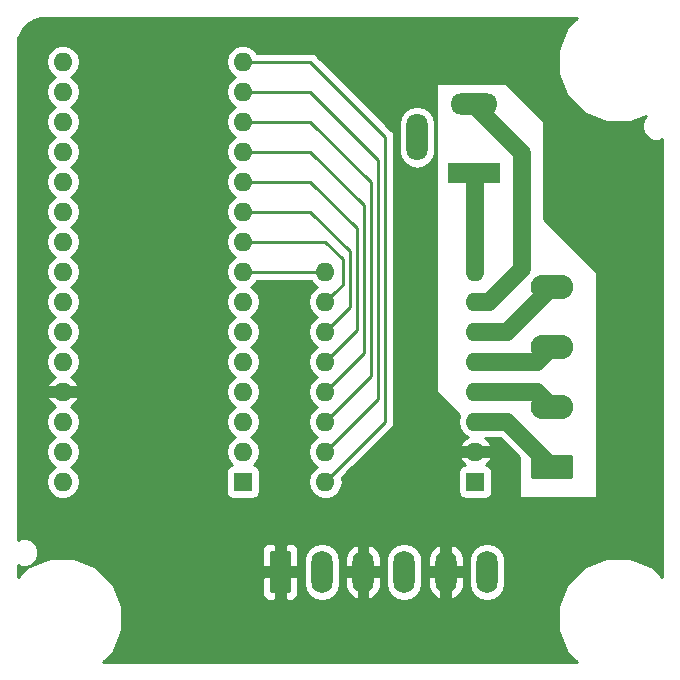
<source format=gbr>
G04 #@! TF.GenerationSoftware,KiCad,Pcbnew,5.0.2+dfsg1-1*
G04 #@! TF.CreationDate,2021-03-19T17:12:50+01:00*
G04 #@! TF.ProjectId,motor,6d6f746f-722e-46b6-9963-61645f706362,rev?*
G04 #@! TF.SameCoordinates,Original*
G04 #@! TF.FileFunction,Copper,L1,Top*
G04 #@! TF.FilePolarity,Positive*
%FSLAX46Y46*%
G04 Gerber Fmt 4.6, Leading zero omitted, Abs format (unit mm)*
G04 Created by KiCad (PCBNEW 5.0.2+dfsg1-1) date Fr 19 Mär 2021 17:12:50 CET*
%MOMM*%
%LPD*%
G01*
G04 APERTURE LIST*
G04 #@! TA.AperFunction,ComponentPad*
%ADD10O,1.800000X4.000000*%
G04 #@! TD*
G04 #@! TA.AperFunction,ComponentPad*
%ADD11O,4.000000X1.800000*%
G04 #@! TD*
G04 #@! TA.AperFunction,ComponentPad*
%ADD12R,4.400000X1.800000*%
G04 #@! TD*
G04 #@! TA.AperFunction,Conductor*
%ADD13C,0.100000*%
G04 #@! TD*
G04 #@! TA.AperFunction,ComponentPad*
%ADD14C,1.800000*%
G04 #@! TD*
G04 #@! TA.AperFunction,ComponentPad*
%ADD15O,1.800000X3.600000*%
G04 #@! TD*
G04 #@! TA.AperFunction,ComponentPad*
%ADD16C,2.080000*%
G04 #@! TD*
G04 #@! TA.AperFunction,ComponentPad*
%ADD17O,3.600000X2.080000*%
G04 #@! TD*
G04 #@! TA.AperFunction,ComponentPad*
%ADD18R,1.600000X1.600000*%
G04 #@! TD*
G04 #@! TA.AperFunction,ComponentPad*
%ADD19O,1.600000X1.600000*%
G04 #@! TD*
G04 #@! TA.AperFunction,ViaPad*
%ADD20C,0.600000*%
G04 #@! TD*
G04 #@! TA.AperFunction,Conductor*
%ADD21C,1.500000*%
G04 #@! TD*
G04 #@! TA.AperFunction,Conductor*
%ADD22C,0.250000*%
G04 #@! TD*
G04 #@! TA.AperFunction,Conductor*
%ADD23C,0.254000*%
G04 #@! TD*
G04 APERTURE END LIST*
D10*
G04 #@! TO.P,J3,3*
G04 #@! TO.N,Net-(J3-Pad3)*
X206528000Y-50848000D03*
D11*
G04 #@! TO.P,J3,2*
G04 #@! TO.N,GND*
X211328000Y-48048000D03*
D12*
G04 #@! TO.P,J3,1*
G04 #@! TO.N,VCC*
X211328000Y-53848000D03*
G04 #@! TD*
D13*
G04 #@! TO.N,+5V*
G04 #@! TO.C,J2*
G36*
X195619504Y-85831204D02*
X195643773Y-85834804D01*
X195667571Y-85840765D01*
X195690671Y-85849030D01*
X195712849Y-85859520D01*
X195733893Y-85872133D01*
X195753598Y-85886747D01*
X195771777Y-85903223D01*
X195788253Y-85921402D01*
X195802867Y-85941107D01*
X195815480Y-85962151D01*
X195825970Y-85984329D01*
X195834235Y-86007429D01*
X195840196Y-86031227D01*
X195843796Y-86055496D01*
X195845000Y-86080000D01*
X195845000Y-89180000D01*
X195843796Y-89204504D01*
X195840196Y-89228773D01*
X195834235Y-89252571D01*
X195825970Y-89275671D01*
X195815480Y-89297849D01*
X195802867Y-89318893D01*
X195788253Y-89338598D01*
X195771777Y-89356777D01*
X195753598Y-89373253D01*
X195733893Y-89387867D01*
X195712849Y-89400480D01*
X195690671Y-89410970D01*
X195667571Y-89419235D01*
X195643773Y-89425196D01*
X195619504Y-89428796D01*
X195595000Y-89430000D01*
X194295000Y-89430000D01*
X194270496Y-89428796D01*
X194246227Y-89425196D01*
X194222429Y-89419235D01*
X194199329Y-89410970D01*
X194177151Y-89400480D01*
X194156107Y-89387867D01*
X194136402Y-89373253D01*
X194118223Y-89356777D01*
X194101747Y-89338598D01*
X194087133Y-89318893D01*
X194074520Y-89297849D01*
X194064030Y-89275671D01*
X194055765Y-89252571D01*
X194049804Y-89228773D01*
X194046204Y-89204504D01*
X194045000Y-89180000D01*
X194045000Y-86080000D01*
X194046204Y-86055496D01*
X194049804Y-86031227D01*
X194055765Y-86007429D01*
X194064030Y-85984329D01*
X194074520Y-85962151D01*
X194087133Y-85941107D01*
X194101747Y-85921402D01*
X194118223Y-85903223D01*
X194136402Y-85886747D01*
X194156107Y-85872133D01*
X194177151Y-85859520D01*
X194199329Y-85849030D01*
X194222429Y-85840765D01*
X194246227Y-85834804D01*
X194270496Y-85831204D01*
X194295000Y-85830000D01*
X195595000Y-85830000D01*
X195619504Y-85831204D01*
X195619504Y-85831204D01*
G37*
D14*
G04 #@! TD*
G04 #@! TO.P,J2,1*
G04 #@! TO.N,+5V*
X194945000Y-87630000D03*
D15*
G04 #@! TO.P,J2,2*
G04 #@! TO.N,MIN*
X198445000Y-87630000D03*
G04 #@! TO.P,J2,3*
G04 #@! TO.N,+5V*
X201945000Y-87630000D03*
G04 #@! TO.P,J2,4*
G04 #@! TO.N,CEN*
X205445000Y-87630000D03*
G04 #@! TO.P,J2,5*
G04 #@! TO.N,+5V*
X208945000Y-87630000D03*
G04 #@! TO.P,J2,6*
G04 #@! TO.N,MAX*
X212445000Y-87630000D03*
G04 #@! TD*
D13*
G04 #@! TO.N,Net-(A2-Pad3)*
G04 #@! TO.C,J1*
G36*
X219506505Y-77701204D02*
X219530773Y-77704804D01*
X219554572Y-77710765D01*
X219577671Y-77719030D01*
X219599850Y-77729520D01*
X219620893Y-77742132D01*
X219640599Y-77756747D01*
X219658777Y-77773223D01*
X219675253Y-77791401D01*
X219689868Y-77811107D01*
X219702480Y-77832150D01*
X219712970Y-77854329D01*
X219721235Y-77877428D01*
X219727196Y-77901227D01*
X219730796Y-77925495D01*
X219732000Y-77949999D01*
X219732000Y-79530001D01*
X219730796Y-79554505D01*
X219727196Y-79578773D01*
X219721235Y-79602572D01*
X219712970Y-79625671D01*
X219702480Y-79647850D01*
X219689868Y-79668893D01*
X219675253Y-79688599D01*
X219658777Y-79706777D01*
X219640599Y-79723253D01*
X219620893Y-79737868D01*
X219599850Y-79750480D01*
X219577671Y-79760970D01*
X219554572Y-79769235D01*
X219530773Y-79775196D01*
X219506505Y-79778796D01*
X219482001Y-79780000D01*
X216381999Y-79780000D01*
X216357495Y-79778796D01*
X216333227Y-79775196D01*
X216309428Y-79769235D01*
X216286329Y-79760970D01*
X216264150Y-79750480D01*
X216243107Y-79737868D01*
X216223401Y-79723253D01*
X216205223Y-79706777D01*
X216188747Y-79688599D01*
X216174132Y-79668893D01*
X216161520Y-79647850D01*
X216151030Y-79625671D01*
X216142765Y-79602572D01*
X216136804Y-79578773D01*
X216133204Y-79554505D01*
X216132000Y-79530001D01*
X216132000Y-77949999D01*
X216133204Y-77925495D01*
X216136804Y-77901227D01*
X216142765Y-77877428D01*
X216151030Y-77854329D01*
X216161520Y-77832150D01*
X216174132Y-77811107D01*
X216188747Y-77791401D01*
X216205223Y-77773223D01*
X216223401Y-77756747D01*
X216243107Y-77742132D01*
X216264150Y-77729520D01*
X216286329Y-77719030D01*
X216309428Y-77710765D01*
X216333227Y-77704804D01*
X216357495Y-77701204D01*
X216381999Y-77700000D01*
X219482001Y-77700000D01*
X219506505Y-77701204D01*
X219506505Y-77701204D01*
G37*
D16*
G04 #@! TD*
G04 #@! TO.P,J1,1*
G04 #@! TO.N,Net-(A2-Pad3)*
X217932000Y-78740000D03*
D17*
G04 #@! TO.P,J1,2*
G04 #@! TO.N,Net-(A2-Pad4)*
X217932000Y-73660000D03*
G04 #@! TO.P,J1,3*
G04 #@! TO.N,Net-(A2-Pad5)*
X217932000Y-68580000D03*
G04 #@! TO.P,J1,4*
G04 #@! TO.N,Net-(A2-Pad6)*
X217932000Y-63500000D03*
G04 #@! TD*
D18*
G04 #@! TO.P,A1,1*
G04 #@! TO.N,Net-(A1-Pad1)*
X191770000Y-80010000D03*
D19*
G04 #@! TO.P,A1,17*
G04 #@! TO.N,Net-(A1-Pad17)*
X176530000Y-46990000D03*
G04 #@! TO.P,A1,2*
G04 #@! TO.N,Net-(A1-Pad2)*
X191770000Y-77470000D03*
G04 #@! TO.P,A1,18*
G04 #@! TO.N,Net-(A1-Pad18)*
X176530000Y-49530000D03*
G04 #@! TO.P,A1,3*
G04 #@! TO.N,Net-(A1-Pad3)*
X191770000Y-74930000D03*
G04 #@! TO.P,A1,19*
G04 #@! TO.N,Net-(A1-Pad19)*
X176530000Y-52070000D03*
G04 #@! TO.P,A1,4*
G04 #@! TO.N,GND*
X191770000Y-72390000D03*
G04 #@! TO.P,A1,20*
G04 #@! TO.N,Net-(A1-Pad20)*
X176530000Y-54610000D03*
G04 #@! TO.P,A1,5*
G04 #@! TO.N,MIN*
X191770000Y-69850000D03*
G04 #@! TO.P,A1,21*
G04 #@! TO.N,Net-(A1-Pad21)*
X176530000Y-57150000D03*
G04 #@! TO.P,A1,6*
G04 #@! TO.N,CEN*
X191770000Y-67310000D03*
G04 #@! TO.P,A1,22*
G04 #@! TO.N,Net-(A1-Pad22)*
X176530000Y-59690000D03*
G04 #@! TO.P,A1,7*
G04 #@! TO.N,MAX*
X191770000Y-64770000D03*
G04 #@! TO.P,A1,23*
G04 #@! TO.N,Net-(A1-Pad23)*
X176530000Y-62230000D03*
G04 #@! TO.P,A1,8*
G04 #@! TO.N,/enable*
X191770000Y-62230000D03*
G04 #@! TO.P,A1,24*
G04 #@! TO.N,Net-(A1-Pad24)*
X176530000Y-64770000D03*
G04 #@! TO.P,A1,9*
G04 #@! TO.N,/ms1*
X191770000Y-59690000D03*
G04 #@! TO.P,A1,25*
G04 #@! TO.N,Net-(A1-Pad25)*
X176530000Y-67310000D03*
G04 #@! TO.P,A1,10*
G04 #@! TO.N,/ms2*
X191770000Y-57150000D03*
G04 #@! TO.P,A1,26*
G04 #@! TO.N,Net-(A1-Pad26)*
X176530000Y-69850000D03*
G04 #@! TO.P,A1,11*
G04 #@! TO.N,/ms3*
X191770000Y-54610000D03*
G04 #@! TO.P,A1,27*
G04 #@! TO.N,+5V*
X176530000Y-72390000D03*
G04 #@! TO.P,A1,12*
G04 #@! TO.N,/reset*
X191770000Y-52070000D03*
G04 #@! TO.P,A1,28*
G04 #@! TO.N,Net-(A1-Pad28)*
X176530000Y-74930000D03*
G04 #@! TO.P,A1,13*
G04 #@! TO.N,/sleep*
X191770000Y-49530000D03*
G04 #@! TO.P,A1,29*
G04 #@! TO.N,GND*
X176530000Y-77470000D03*
G04 #@! TO.P,A1,14*
G04 #@! TO.N,/step*
X191770000Y-46990000D03*
G04 #@! TO.P,A1,30*
G04 #@! TO.N,Net-(A1-Pad30)*
X176530000Y-80010000D03*
G04 #@! TO.P,A1,15*
G04 #@! TO.N,/dir*
X191770000Y-44450000D03*
G04 #@! TO.P,A1,16*
G04 #@! TO.N,Net-(A1-Pad16)*
X176530000Y-44450000D03*
G04 #@! TD*
D18*
G04 #@! TO.P,A2,1*
G04 #@! TO.N,GND*
X211455000Y-80010000D03*
D19*
G04 #@! TO.P,A2,9*
G04 #@! TO.N,/enable*
X198755000Y-62230000D03*
G04 #@! TO.P,A2,2*
G04 #@! TO.N,+5V*
X211455000Y-77470000D03*
G04 #@! TO.P,A2,10*
G04 #@! TO.N,/ms1*
X198755000Y-64770000D03*
G04 #@! TO.P,A2,3*
G04 #@! TO.N,Net-(A2-Pad3)*
X211455000Y-74930000D03*
G04 #@! TO.P,A2,11*
G04 #@! TO.N,/ms2*
X198755000Y-67310000D03*
G04 #@! TO.P,A2,4*
G04 #@! TO.N,Net-(A2-Pad4)*
X211455000Y-72390000D03*
G04 #@! TO.P,A2,12*
G04 #@! TO.N,/ms3*
X198755000Y-69850000D03*
G04 #@! TO.P,A2,5*
G04 #@! TO.N,Net-(A2-Pad5)*
X211455000Y-69850000D03*
G04 #@! TO.P,A2,13*
G04 #@! TO.N,/reset*
X198755000Y-72390000D03*
G04 #@! TO.P,A2,6*
G04 #@! TO.N,Net-(A2-Pad6)*
X211455000Y-67310000D03*
G04 #@! TO.P,A2,14*
G04 #@! TO.N,/sleep*
X198755000Y-74930000D03*
G04 #@! TO.P,A2,7*
G04 #@! TO.N,GND*
X211455000Y-64770000D03*
G04 #@! TO.P,A2,15*
G04 #@! TO.N,/step*
X198755000Y-77470000D03*
G04 #@! TO.P,A2,8*
G04 #@! TO.N,VCC*
X211455000Y-62230000D03*
G04 #@! TO.P,A2,16*
G04 #@! TO.N,/dir*
X198755000Y-80010000D03*
G04 #@! TD*
D20*
G04 #@! TO.N,+5V*
X204978000Y-73914000D03*
G04 #@! TD*
D21*
G04 #@! TO.N,GND*
X211285000Y-48048000D02*
X210185000Y-48048000D01*
X215392000Y-52155000D02*
X211285000Y-48048000D01*
X215392000Y-61964370D02*
X215392000Y-52155000D01*
X211455000Y-64770000D02*
X212586370Y-64770000D01*
X212586370Y-64770000D02*
X215392000Y-61964370D01*
G04 #@! TO.N,Net-(A2-Pad3)*
X214122000Y-74930000D02*
X217932000Y-78740000D01*
X211455000Y-74930000D02*
X214122000Y-74930000D01*
G04 #@! TO.N,Net-(A2-Pad4)*
X216662000Y-72390000D02*
X217932000Y-73660000D01*
X211455000Y-72390000D02*
X216662000Y-72390000D01*
G04 #@! TO.N,Net-(A2-Pad5)*
X216662000Y-69850000D02*
X217932000Y-68580000D01*
X211455000Y-69850000D02*
X216662000Y-69850000D01*
G04 #@! TO.N,Net-(A2-Pad6)*
X217680000Y-63500000D02*
X218440000Y-63500000D01*
X214122000Y-67310000D02*
X217932000Y-63500000D01*
X211455000Y-67310000D02*
X214122000Y-67310000D01*
G04 #@! TO.N,VCC*
X211455000Y-53975000D02*
X211328000Y-53848000D01*
X211455000Y-62230000D02*
X211455000Y-53975000D01*
D22*
G04 #@! TO.N,/enable*
X191770000Y-62230000D02*
X198755000Y-62230000D01*
G04 #@! TO.N,/ms1*
X191770000Y-59690000D02*
X198755000Y-59690000D01*
X198755000Y-59690000D02*
X200219934Y-61154934D01*
X199554999Y-63970001D02*
X198755000Y-64770000D01*
X200219934Y-61154934D02*
X200219934Y-63305066D01*
X200219934Y-63305066D02*
X199554999Y-63970001D01*
G04 #@! TO.N,/ms2*
X197485000Y-57150000D02*
X192901370Y-57150000D01*
X198755000Y-67310000D02*
X200819945Y-65245055D01*
X192901370Y-57150000D02*
X191770000Y-57150000D01*
X200819945Y-60484945D02*
X197485000Y-57150000D01*
X200819945Y-65245055D02*
X200819945Y-60484945D01*
G04 #@! TO.N,/ms3*
X192901370Y-54610000D02*
X191770000Y-54610000D01*
X201419956Y-58544956D02*
X197485000Y-54610000D01*
X201419956Y-67185044D02*
X201419956Y-58544956D01*
X197485000Y-54610000D02*
X192901370Y-54610000D01*
X198755000Y-69850000D02*
X201419956Y-67185044D01*
G04 #@! TO.N,/reset*
X191135000Y-52070000D02*
X192266370Y-52070000D01*
X198755000Y-72390000D02*
X202019967Y-69125033D01*
X202019967Y-56604967D02*
X197485000Y-52070000D01*
X202019967Y-69125033D02*
X202019967Y-56604967D01*
X192901370Y-52070000D02*
X191770000Y-52070000D01*
X197485000Y-52070000D02*
X192901370Y-52070000D01*
G04 #@! TO.N,/sleep*
X198755000Y-74930000D02*
X202619978Y-71065022D01*
X192901370Y-49530000D02*
X191770000Y-49530000D01*
X202619978Y-71065022D02*
X202619978Y-54664978D01*
X202619978Y-54664978D02*
X197485000Y-49530000D01*
X197485000Y-49530000D02*
X192901370Y-49530000D01*
G04 #@! TO.N,/step*
X203219989Y-73005011D02*
X203219989Y-52724989D01*
X197485000Y-46990000D02*
X192901370Y-46990000D01*
X198755000Y-77470000D02*
X203219989Y-73005011D01*
X203219989Y-52724989D02*
X197485000Y-46990000D01*
X192901370Y-46990000D02*
X191770000Y-46990000D01*
G04 #@! TO.N,/dir*
X203820000Y-74945000D02*
X203820000Y-50785000D01*
X198755000Y-80010000D02*
X203820000Y-74945000D01*
X197485000Y-44450000D02*
X192901370Y-44450000D01*
X203820000Y-50785000D02*
X197485000Y-44450000D01*
X192901370Y-44450000D02*
X191770000Y-44450000D01*
G04 #@! TD*
D23*
G04 #@! TO.N,+5V*
G36*
X219223539Y-41525788D02*
X218443000Y-43410176D01*
X218443000Y-45449824D01*
X219223539Y-47334212D01*
X220665788Y-48776461D01*
X222550176Y-49557000D01*
X224589824Y-49557000D01*
X225939401Y-48997987D01*
X225723364Y-49214024D01*
X225539000Y-49659117D01*
X225539000Y-50140883D01*
X225723364Y-50585976D01*
X226064024Y-50926636D01*
X226509117Y-51111000D01*
X226990883Y-51111000D01*
X227290001Y-50987101D01*
X227290000Y-88039327D01*
X226474212Y-87223539D01*
X224589824Y-86443000D01*
X222550176Y-86443000D01*
X220665788Y-87223539D01*
X219223539Y-88665788D01*
X218443000Y-90550176D01*
X218443000Y-92589824D01*
X219223539Y-94474212D01*
X220039327Y-95290000D01*
X179960673Y-95290000D01*
X180776461Y-94474212D01*
X181557000Y-92589824D01*
X181557000Y-90550176D01*
X180776461Y-88665788D01*
X180272423Y-88161750D01*
X193410000Y-88161750D01*
X193410000Y-89556310D01*
X193506673Y-89789699D01*
X193685302Y-89968327D01*
X193918691Y-90065000D01*
X194413250Y-90065000D01*
X194572000Y-89906250D01*
X194572000Y-88003000D01*
X195318000Y-88003000D01*
X195318000Y-89906250D01*
X195476750Y-90065000D01*
X195971309Y-90065000D01*
X196204698Y-89968327D01*
X196383327Y-89789699D01*
X196480000Y-89556310D01*
X196480000Y-88161750D01*
X196321250Y-88003000D01*
X195318000Y-88003000D01*
X194572000Y-88003000D01*
X193568750Y-88003000D01*
X193410000Y-88161750D01*
X180272423Y-88161750D01*
X179334212Y-87223539D01*
X177449824Y-86443000D01*
X175410176Y-86443000D01*
X173525788Y-87223539D01*
X172710000Y-88039327D01*
X172710000Y-87087101D01*
X173009117Y-87211000D01*
X173490883Y-87211000D01*
X173935976Y-87026636D01*
X174276636Y-86685976D01*
X174461000Y-86240883D01*
X174461000Y-85759117D01*
X174438042Y-85703690D01*
X193410000Y-85703690D01*
X193410000Y-87098250D01*
X193568750Y-87257000D01*
X194572000Y-87257000D01*
X194572000Y-85353750D01*
X195318000Y-85353750D01*
X195318000Y-87257000D01*
X196321250Y-87257000D01*
X196480000Y-87098250D01*
X196480000Y-86578819D01*
X196910000Y-86578819D01*
X196910001Y-88681182D01*
X196999063Y-89128927D01*
X197338328Y-89636673D01*
X197846074Y-89975938D01*
X198445000Y-90095072D01*
X199043927Y-89975938D01*
X199551673Y-89636673D01*
X199890938Y-89128927D01*
X199980000Y-88681182D01*
X199980000Y-88003000D01*
X200410000Y-88003000D01*
X200410000Y-88903000D01*
X200669586Y-89462026D01*
X201123342Y-89879160D01*
X201343663Y-89942310D01*
X201572000Y-89854740D01*
X201572000Y-88003000D01*
X202318000Y-88003000D01*
X202318000Y-89854740D01*
X202546337Y-89942310D01*
X202766658Y-89879160D01*
X203220414Y-89462026D01*
X203480000Y-88903000D01*
X203480000Y-88003000D01*
X202318000Y-88003000D01*
X201572000Y-88003000D01*
X200410000Y-88003000D01*
X199980000Y-88003000D01*
X199980000Y-86578818D01*
X199935878Y-86357000D01*
X200410000Y-86357000D01*
X200410000Y-87257000D01*
X201572000Y-87257000D01*
X201572000Y-85405260D01*
X202318000Y-85405260D01*
X202318000Y-87257000D01*
X203480000Y-87257000D01*
X203480000Y-86578819D01*
X203910000Y-86578819D01*
X203910001Y-88681182D01*
X203999063Y-89128927D01*
X204338328Y-89636673D01*
X204846074Y-89975938D01*
X205445000Y-90095072D01*
X206043927Y-89975938D01*
X206551673Y-89636673D01*
X206890938Y-89128927D01*
X206980000Y-88681182D01*
X206980000Y-88003000D01*
X207410000Y-88003000D01*
X207410000Y-88903000D01*
X207669586Y-89462026D01*
X208123342Y-89879160D01*
X208343663Y-89942310D01*
X208572000Y-89854740D01*
X208572000Y-88003000D01*
X209318000Y-88003000D01*
X209318000Y-89854740D01*
X209546337Y-89942310D01*
X209766658Y-89879160D01*
X210220414Y-89462026D01*
X210480000Y-88903000D01*
X210480000Y-88003000D01*
X209318000Y-88003000D01*
X208572000Y-88003000D01*
X207410000Y-88003000D01*
X206980000Y-88003000D01*
X206980000Y-86578818D01*
X206935878Y-86357000D01*
X207410000Y-86357000D01*
X207410000Y-87257000D01*
X208572000Y-87257000D01*
X208572000Y-85405260D01*
X209318000Y-85405260D01*
X209318000Y-87257000D01*
X210480000Y-87257000D01*
X210480000Y-86578819D01*
X210910000Y-86578819D01*
X210910001Y-88681182D01*
X210999063Y-89128927D01*
X211338328Y-89636673D01*
X211846074Y-89975938D01*
X212445000Y-90095072D01*
X213043927Y-89975938D01*
X213551673Y-89636673D01*
X213890938Y-89128927D01*
X213980000Y-88681182D01*
X213980000Y-86578818D01*
X213890938Y-86131073D01*
X213551673Y-85623327D01*
X213043926Y-85284062D01*
X212445000Y-85164928D01*
X211846073Y-85284062D01*
X211338327Y-85623327D01*
X210999062Y-86131074D01*
X210910000Y-86578819D01*
X210480000Y-86578819D01*
X210480000Y-86357000D01*
X210220414Y-85797974D01*
X209766658Y-85380840D01*
X209546337Y-85317690D01*
X209318000Y-85405260D01*
X208572000Y-85405260D01*
X208343663Y-85317690D01*
X208123342Y-85380840D01*
X207669586Y-85797974D01*
X207410000Y-86357000D01*
X206935878Y-86357000D01*
X206890938Y-86131073D01*
X206551673Y-85623327D01*
X206043926Y-85284062D01*
X205445000Y-85164928D01*
X204846073Y-85284062D01*
X204338327Y-85623327D01*
X203999062Y-86131074D01*
X203910000Y-86578819D01*
X203480000Y-86578819D01*
X203480000Y-86357000D01*
X203220414Y-85797974D01*
X202766658Y-85380840D01*
X202546337Y-85317690D01*
X202318000Y-85405260D01*
X201572000Y-85405260D01*
X201343663Y-85317690D01*
X201123342Y-85380840D01*
X200669586Y-85797974D01*
X200410000Y-86357000D01*
X199935878Y-86357000D01*
X199890938Y-86131073D01*
X199551673Y-85623327D01*
X199043926Y-85284062D01*
X198445000Y-85164928D01*
X197846073Y-85284062D01*
X197338327Y-85623327D01*
X196999062Y-86131074D01*
X196910000Y-86578819D01*
X196480000Y-86578819D01*
X196480000Y-85703690D01*
X196383327Y-85470301D01*
X196204698Y-85291673D01*
X195971309Y-85195000D01*
X195476750Y-85195000D01*
X195318000Y-85353750D01*
X194572000Y-85353750D01*
X194413250Y-85195000D01*
X193918691Y-85195000D01*
X193685302Y-85291673D01*
X193506673Y-85470301D01*
X193410000Y-85703690D01*
X174438042Y-85703690D01*
X174276636Y-85314024D01*
X173935976Y-84973364D01*
X173490883Y-84789000D01*
X173009117Y-84789000D01*
X172710000Y-84912899D01*
X172710000Y-74930000D01*
X175066887Y-74930000D01*
X175178260Y-75489909D01*
X175495423Y-75964577D01*
X175847758Y-76200000D01*
X175495423Y-76435423D01*
X175178260Y-76910091D01*
X175066887Y-77470000D01*
X175178260Y-78029909D01*
X175495423Y-78504577D01*
X175847758Y-78740000D01*
X175495423Y-78975423D01*
X175178260Y-79450091D01*
X175066887Y-80010000D01*
X175178260Y-80569909D01*
X175495423Y-81044577D01*
X175970091Y-81361740D01*
X176388667Y-81445000D01*
X176671333Y-81445000D01*
X177089909Y-81361740D01*
X177564577Y-81044577D01*
X177881740Y-80569909D01*
X177993113Y-80010000D01*
X177881740Y-79450091D01*
X177564577Y-78975423D01*
X177212242Y-78740000D01*
X177564577Y-78504577D01*
X177881740Y-78029909D01*
X177993113Y-77470000D01*
X177881740Y-76910091D01*
X177564577Y-76435423D01*
X177212242Y-76200000D01*
X177564577Y-75964577D01*
X177881740Y-75489909D01*
X177993113Y-74930000D01*
X177881740Y-74370091D01*
X177564577Y-73895423D01*
X177191563Y-73646183D01*
X177572064Y-73376617D01*
X177840265Y-72975175D01*
X177750527Y-72763000D01*
X176903000Y-72763000D01*
X176903000Y-72783000D01*
X176157000Y-72783000D01*
X176157000Y-72763000D01*
X175309473Y-72763000D01*
X175219735Y-72975175D01*
X175487936Y-73376617D01*
X175868437Y-73646183D01*
X175495423Y-73895423D01*
X175178260Y-74370091D01*
X175066887Y-74930000D01*
X172710000Y-74930000D01*
X172710000Y-44450000D01*
X175066887Y-44450000D01*
X175178260Y-45009909D01*
X175495423Y-45484577D01*
X175847758Y-45720000D01*
X175495423Y-45955423D01*
X175178260Y-46430091D01*
X175066887Y-46990000D01*
X175178260Y-47549909D01*
X175495423Y-48024577D01*
X175847758Y-48260000D01*
X175495423Y-48495423D01*
X175178260Y-48970091D01*
X175066887Y-49530000D01*
X175178260Y-50089909D01*
X175495423Y-50564577D01*
X175847758Y-50800000D01*
X175495423Y-51035423D01*
X175178260Y-51510091D01*
X175066887Y-52070000D01*
X175178260Y-52629909D01*
X175495423Y-53104577D01*
X175847758Y-53340000D01*
X175495423Y-53575423D01*
X175178260Y-54050091D01*
X175066887Y-54610000D01*
X175178260Y-55169909D01*
X175495423Y-55644577D01*
X175847758Y-55880000D01*
X175495423Y-56115423D01*
X175178260Y-56590091D01*
X175066887Y-57150000D01*
X175178260Y-57709909D01*
X175495423Y-58184577D01*
X175847758Y-58420000D01*
X175495423Y-58655423D01*
X175178260Y-59130091D01*
X175066887Y-59690000D01*
X175178260Y-60249909D01*
X175495423Y-60724577D01*
X175847758Y-60960000D01*
X175495423Y-61195423D01*
X175178260Y-61670091D01*
X175066887Y-62230000D01*
X175178260Y-62789909D01*
X175495423Y-63264577D01*
X175847758Y-63500000D01*
X175495423Y-63735423D01*
X175178260Y-64210091D01*
X175066887Y-64770000D01*
X175178260Y-65329909D01*
X175495423Y-65804577D01*
X175847758Y-66040000D01*
X175495423Y-66275423D01*
X175178260Y-66750091D01*
X175066887Y-67310000D01*
X175178260Y-67869909D01*
X175495423Y-68344577D01*
X175847758Y-68580000D01*
X175495423Y-68815423D01*
X175178260Y-69290091D01*
X175066887Y-69850000D01*
X175178260Y-70409909D01*
X175495423Y-70884577D01*
X175868437Y-71133817D01*
X175487936Y-71403383D01*
X175219735Y-71804825D01*
X175309473Y-72017000D01*
X176157000Y-72017000D01*
X176157000Y-71997000D01*
X176903000Y-71997000D01*
X176903000Y-72017000D01*
X177750527Y-72017000D01*
X177840265Y-71804825D01*
X177572064Y-71403383D01*
X177191563Y-71133817D01*
X177564577Y-70884577D01*
X177881740Y-70409909D01*
X177993113Y-69850000D01*
X177881740Y-69290091D01*
X177564577Y-68815423D01*
X177212242Y-68580000D01*
X177564577Y-68344577D01*
X177881740Y-67869909D01*
X177993113Y-67310000D01*
X177881740Y-66750091D01*
X177564577Y-66275423D01*
X177212242Y-66040000D01*
X177564577Y-65804577D01*
X177881740Y-65329909D01*
X177993113Y-64770000D01*
X177881740Y-64210091D01*
X177564577Y-63735423D01*
X177212242Y-63500000D01*
X177564577Y-63264577D01*
X177881740Y-62789909D01*
X177993113Y-62230000D01*
X177881740Y-61670091D01*
X177564577Y-61195423D01*
X177212242Y-60960000D01*
X177564577Y-60724577D01*
X177881740Y-60249909D01*
X177993113Y-59690000D01*
X177881740Y-59130091D01*
X177564577Y-58655423D01*
X177212242Y-58420000D01*
X177564577Y-58184577D01*
X177881740Y-57709909D01*
X177993113Y-57150000D01*
X177881740Y-56590091D01*
X177564577Y-56115423D01*
X177212242Y-55880000D01*
X177564577Y-55644577D01*
X177881740Y-55169909D01*
X177993113Y-54610000D01*
X177881740Y-54050091D01*
X177564577Y-53575423D01*
X177212242Y-53340000D01*
X177564577Y-53104577D01*
X177881740Y-52629909D01*
X177993113Y-52070000D01*
X177881740Y-51510091D01*
X177564577Y-51035423D01*
X177212242Y-50800000D01*
X177564577Y-50564577D01*
X177881740Y-50089909D01*
X177993113Y-49530000D01*
X177881740Y-48970091D01*
X177564577Y-48495423D01*
X177212242Y-48260000D01*
X177564577Y-48024577D01*
X177881740Y-47549909D01*
X177993113Y-46990000D01*
X177881740Y-46430091D01*
X177564577Y-45955423D01*
X177212242Y-45720000D01*
X177564577Y-45484577D01*
X177881740Y-45009909D01*
X177993113Y-44450000D01*
X190306887Y-44450000D01*
X190418260Y-45009909D01*
X190735423Y-45484577D01*
X191087758Y-45720000D01*
X190735423Y-45955423D01*
X190418260Y-46430091D01*
X190306887Y-46990000D01*
X190418260Y-47549909D01*
X190735423Y-48024577D01*
X191087758Y-48260000D01*
X190735423Y-48495423D01*
X190418260Y-48970091D01*
X190306887Y-49530000D01*
X190418260Y-50089909D01*
X190735423Y-50564577D01*
X191087758Y-50800000D01*
X190735423Y-51035423D01*
X190418260Y-51510091D01*
X190306887Y-52070000D01*
X190418260Y-52629909D01*
X190735423Y-53104577D01*
X191087758Y-53340000D01*
X190735423Y-53575423D01*
X190418260Y-54050091D01*
X190306887Y-54610000D01*
X190418260Y-55169909D01*
X190735423Y-55644577D01*
X191087758Y-55880000D01*
X190735423Y-56115423D01*
X190418260Y-56590091D01*
X190306887Y-57150000D01*
X190418260Y-57709909D01*
X190735423Y-58184577D01*
X191087758Y-58420000D01*
X190735423Y-58655423D01*
X190418260Y-59130091D01*
X190306887Y-59690000D01*
X190418260Y-60249909D01*
X190735423Y-60724577D01*
X191087758Y-60960000D01*
X190735423Y-61195423D01*
X190418260Y-61670091D01*
X190306887Y-62230000D01*
X190418260Y-62789909D01*
X190735423Y-63264577D01*
X191087758Y-63500000D01*
X190735423Y-63735423D01*
X190418260Y-64210091D01*
X190306887Y-64770000D01*
X190418260Y-65329909D01*
X190735423Y-65804577D01*
X191087758Y-66040000D01*
X190735423Y-66275423D01*
X190418260Y-66750091D01*
X190306887Y-67310000D01*
X190418260Y-67869909D01*
X190735423Y-68344577D01*
X191087758Y-68580000D01*
X190735423Y-68815423D01*
X190418260Y-69290091D01*
X190306887Y-69850000D01*
X190418260Y-70409909D01*
X190735423Y-70884577D01*
X191087758Y-71120000D01*
X190735423Y-71355423D01*
X190418260Y-71830091D01*
X190306887Y-72390000D01*
X190418260Y-72949909D01*
X190735423Y-73424577D01*
X191087758Y-73660000D01*
X190735423Y-73895423D01*
X190418260Y-74370091D01*
X190306887Y-74930000D01*
X190418260Y-75489909D01*
X190735423Y-75964577D01*
X191087758Y-76200000D01*
X190735423Y-76435423D01*
X190418260Y-76910091D01*
X190306887Y-77470000D01*
X190418260Y-78029909D01*
X190735423Y-78504577D01*
X190856106Y-78585215D01*
X190722235Y-78611843D01*
X190512191Y-78752191D01*
X190371843Y-78962235D01*
X190322560Y-79210000D01*
X190322560Y-80810000D01*
X190371843Y-81057765D01*
X190512191Y-81267809D01*
X190722235Y-81408157D01*
X190970000Y-81457440D01*
X192570000Y-81457440D01*
X192817765Y-81408157D01*
X193027809Y-81267809D01*
X193168157Y-81057765D01*
X193217440Y-80810000D01*
X193217440Y-79210000D01*
X193168157Y-78962235D01*
X193027809Y-78752191D01*
X192817765Y-78611843D01*
X192683894Y-78585215D01*
X192804577Y-78504577D01*
X193121740Y-78029909D01*
X193233113Y-77470000D01*
X193121740Y-76910091D01*
X192804577Y-76435423D01*
X192452242Y-76200000D01*
X192804577Y-75964577D01*
X193121740Y-75489909D01*
X193233113Y-74930000D01*
X193121740Y-74370091D01*
X192804577Y-73895423D01*
X192452242Y-73660000D01*
X192804577Y-73424577D01*
X193121740Y-72949909D01*
X193233113Y-72390000D01*
X193121740Y-71830091D01*
X192804577Y-71355423D01*
X192452242Y-71120000D01*
X192804577Y-70884577D01*
X193121740Y-70409909D01*
X193233113Y-69850000D01*
X193121740Y-69290091D01*
X192804577Y-68815423D01*
X192452242Y-68580000D01*
X192804577Y-68344577D01*
X193121740Y-67869909D01*
X193233113Y-67310000D01*
X193121740Y-66750091D01*
X192804577Y-66275423D01*
X192452242Y-66040000D01*
X192804577Y-65804577D01*
X193121740Y-65329909D01*
X193233113Y-64770000D01*
X193121740Y-64210091D01*
X192804577Y-63735423D01*
X192452242Y-63500000D01*
X192804577Y-63264577D01*
X192988043Y-62990000D01*
X197536957Y-62990000D01*
X197720423Y-63264577D01*
X198072758Y-63500000D01*
X197720423Y-63735423D01*
X197403260Y-64210091D01*
X197291887Y-64770000D01*
X197403260Y-65329909D01*
X197720423Y-65804577D01*
X198072758Y-66040000D01*
X197720423Y-66275423D01*
X197403260Y-66750091D01*
X197291887Y-67310000D01*
X197403260Y-67869909D01*
X197720423Y-68344577D01*
X198072758Y-68580000D01*
X197720423Y-68815423D01*
X197403260Y-69290091D01*
X197291887Y-69850000D01*
X197403260Y-70409909D01*
X197720423Y-70884577D01*
X198072758Y-71120000D01*
X197720423Y-71355423D01*
X197403260Y-71830091D01*
X197291887Y-72390000D01*
X197403260Y-72949909D01*
X197720423Y-73424577D01*
X198072758Y-73660000D01*
X197720423Y-73895423D01*
X197403260Y-74370091D01*
X197291887Y-74930000D01*
X197403260Y-75489909D01*
X197720423Y-75964577D01*
X198072758Y-76200000D01*
X197720423Y-76435423D01*
X197403260Y-76910091D01*
X197291887Y-77470000D01*
X197403260Y-78029909D01*
X197720423Y-78504577D01*
X198072758Y-78740000D01*
X197720423Y-78975423D01*
X197403260Y-79450091D01*
X197291887Y-80010000D01*
X197403260Y-80569909D01*
X197720423Y-81044577D01*
X198195091Y-81361740D01*
X198613667Y-81445000D01*
X198896333Y-81445000D01*
X199314909Y-81361740D01*
X199789577Y-81044577D01*
X200106740Y-80569909D01*
X200218113Y-80010000D01*
X200153688Y-79686113D01*
X200629801Y-79210000D01*
X210007560Y-79210000D01*
X210007560Y-80810000D01*
X210056843Y-81057765D01*
X210197191Y-81267809D01*
X210407235Y-81408157D01*
X210655000Y-81457440D01*
X212255000Y-81457440D01*
X212502765Y-81408157D01*
X212712809Y-81267809D01*
X212853157Y-81057765D01*
X212902440Y-80810000D01*
X212902440Y-79210000D01*
X212853157Y-78962235D01*
X212712809Y-78752191D01*
X212502765Y-78611843D01*
X212327239Y-78576929D01*
X212497064Y-78456617D01*
X212765265Y-78055175D01*
X212675527Y-77843000D01*
X211828000Y-77843000D01*
X211828000Y-77863000D01*
X211082000Y-77863000D01*
X211082000Y-77843000D01*
X210234473Y-77843000D01*
X210144735Y-78055175D01*
X210412936Y-78456617D01*
X210582761Y-78576929D01*
X210407235Y-78611843D01*
X210197191Y-78752191D01*
X210056843Y-78962235D01*
X210007560Y-79210000D01*
X200629801Y-79210000D01*
X204304473Y-75535329D01*
X204367929Y-75492929D01*
X204473454Y-75335000D01*
X204535904Y-75241538D01*
X204545480Y-75193395D01*
X204580000Y-75019852D01*
X204580000Y-75019848D01*
X204594888Y-74945000D01*
X204580000Y-74870152D01*
X204580000Y-52099181D01*
X204993000Y-52099181D01*
X205082062Y-52546926D01*
X205421327Y-53054673D01*
X205929073Y-53393938D01*
X206528000Y-53513072D01*
X207126926Y-53393938D01*
X207634673Y-53054673D01*
X207973938Y-52546927D01*
X208063000Y-52099182D01*
X208063000Y-49596818D01*
X207973938Y-49149073D01*
X207634673Y-48641327D01*
X207126927Y-48302062D01*
X206528000Y-48182928D01*
X205929074Y-48302062D01*
X205421328Y-48641327D01*
X205082063Y-49149073D01*
X204993001Y-49596818D01*
X204993000Y-52099181D01*
X204580000Y-52099181D01*
X204580000Y-50859847D01*
X204594888Y-50785000D01*
X204580000Y-50710153D01*
X204580000Y-50710148D01*
X204535904Y-50488463D01*
X204367929Y-50237071D01*
X204304473Y-50194671D01*
X200464802Y-46355000D01*
X208153000Y-46355000D01*
X208153000Y-72390000D01*
X208162667Y-72438601D01*
X208190197Y-72479803D01*
X210099481Y-74389087D01*
X209991887Y-74930000D01*
X210103260Y-75489909D01*
X210420423Y-75964577D01*
X210793437Y-76213817D01*
X210412936Y-76483383D01*
X210144735Y-76884825D01*
X210234473Y-77097000D01*
X211082000Y-77097000D01*
X211082000Y-77077000D01*
X211828000Y-77077000D01*
X211828000Y-77097000D01*
X212675527Y-77097000D01*
X212765265Y-76884825D01*
X212497064Y-76483383D01*
X212259386Y-76315000D01*
X213548315Y-76315000D01*
X215112600Y-77879286D01*
X215112600Y-81280000D01*
X215122267Y-81328601D01*
X215149797Y-81369803D01*
X215190999Y-81397333D01*
X215239600Y-81407000D01*
X221615000Y-81407000D01*
X221663601Y-81397333D01*
X221704803Y-81369803D01*
X221732333Y-81328601D01*
X221742000Y-81280000D01*
X221742000Y-62230000D01*
X221732333Y-62181399D01*
X221704803Y-62140197D01*
X217297000Y-57732394D01*
X217297000Y-49530000D01*
X217287333Y-49481399D01*
X217259803Y-49440197D01*
X214084803Y-46265197D01*
X214043601Y-46237667D01*
X213995000Y-46228000D01*
X208280000Y-46228000D01*
X208231399Y-46237667D01*
X208190197Y-46265197D01*
X208162667Y-46306399D01*
X208153000Y-46355000D01*
X200464802Y-46355000D01*
X198075331Y-43965530D01*
X198032929Y-43902071D01*
X197781537Y-43734096D01*
X197559852Y-43690000D01*
X197559847Y-43690000D01*
X197485000Y-43675112D01*
X197410153Y-43690000D01*
X192988043Y-43690000D01*
X192804577Y-43415423D01*
X192329909Y-43098260D01*
X191911333Y-43015000D01*
X191628667Y-43015000D01*
X191210091Y-43098260D01*
X190735423Y-43415423D01*
X190418260Y-43890091D01*
X190306887Y-44450000D01*
X177993113Y-44450000D01*
X177881740Y-43890091D01*
X177564577Y-43415423D01*
X177089909Y-43098260D01*
X176671333Y-43015000D01*
X176388667Y-43015000D01*
X175970091Y-43098260D01*
X175495423Y-43415423D01*
X175178260Y-43890091D01*
X175066887Y-44450000D01*
X172710000Y-44450000D01*
X172710000Y-43041247D01*
X172776100Y-42474292D01*
X172956685Y-41976788D01*
X173246881Y-41534165D01*
X173631116Y-41170177D01*
X174088784Y-40904342D01*
X174604629Y-40748108D01*
X175031618Y-40710000D01*
X220039327Y-40710000D01*
X219223539Y-41525788D01*
X219223539Y-41525788D01*
G37*
X219223539Y-41525788D02*
X218443000Y-43410176D01*
X218443000Y-45449824D01*
X219223539Y-47334212D01*
X220665788Y-48776461D01*
X222550176Y-49557000D01*
X224589824Y-49557000D01*
X225939401Y-48997987D01*
X225723364Y-49214024D01*
X225539000Y-49659117D01*
X225539000Y-50140883D01*
X225723364Y-50585976D01*
X226064024Y-50926636D01*
X226509117Y-51111000D01*
X226990883Y-51111000D01*
X227290001Y-50987101D01*
X227290000Y-88039327D01*
X226474212Y-87223539D01*
X224589824Y-86443000D01*
X222550176Y-86443000D01*
X220665788Y-87223539D01*
X219223539Y-88665788D01*
X218443000Y-90550176D01*
X218443000Y-92589824D01*
X219223539Y-94474212D01*
X220039327Y-95290000D01*
X179960673Y-95290000D01*
X180776461Y-94474212D01*
X181557000Y-92589824D01*
X181557000Y-90550176D01*
X180776461Y-88665788D01*
X180272423Y-88161750D01*
X193410000Y-88161750D01*
X193410000Y-89556310D01*
X193506673Y-89789699D01*
X193685302Y-89968327D01*
X193918691Y-90065000D01*
X194413250Y-90065000D01*
X194572000Y-89906250D01*
X194572000Y-88003000D01*
X195318000Y-88003000D01*
X195318000Y-89906250D01*
X195476750Y-90065000D01*
X195971309Y-90065000D01*
X196204698Y-89968327D01*
X196383327Y-89789699D01*
X196480000Y-89556310D01*
X196480000Y-88161750D01*
X196321250Y-88003000D01*
X195318000Y-88003000D01*
X194572000Y-88003000D01*
X193568750Y-88003000D01*
X193410000Y-88161750D01*
X180272423Y-88161750D01*
X179334212Y-87223539D01*
X177449824Y-86443000D01*
X175410176Y-86443000D01*
X173525788Y-87223539D01*
X172710000Y-88039327D01*
X172710000Y-87087101D01*
X173009117Y-87211000D01*
X173490883Y-87211000D01*
X173935976Y-87026636D01*
X174276636Y-86685976D01*
X174461000Y-86240883D01*
X174461000Y-85759117D01*
X174438042Y-85703690D01*
X193410000Y-85703690D01*
X193410000Y-87098250D01*
X193568750Y-87257000D01*
X194572000Y-87257000D01*
X194572000Y-85353750D01*
X195318000Y-85353750D01*
X195318000Y-87257000D01*
X196321250Y-87257000D01*
X196480000Y-87098250D01*
X196480000Y-86578819D01*
X196910000Y-86578819D01*
X196910001Y-88681182D01*
X196999063Y-89128927D01*
X197338328Y-89636673D01*
X197846074Y-89975938D01*
X198445000Y-90095072D01*
X199043927Y-89975938D01*
X199551673Y-89636673D01*
X199890938Y-89128927D01*
X199980000Y-88681182D01*
X199980000Y-88003000D01*
X200410000Y-88003000D01*
X200410000Y-88903000D01*
X200669586Y-89462026D01*
X201123342Y-89879160D01*
X201343663Y-89942310D01*
X201572000Y-89854740D01*
X201572000Y-88003000D01*
X202318000Y-88003000D01*
X202318000Y-89854740D01*
X202546337Y-89942310D01*
X202766658Y-89879160D01*
X203220414Y-89462026D01*
X203480000Y-88903000D01*
X203480000Y-88003000D01*
X202318000Y-88003000D01*
X201572000Y-88003000D01*
X200410000Y-88003000D01*
X199980000Y-88003000D01*
X199980000Y-86578818D01*
X199935878Y-86357000D01*
X200410000Y-86357000D01*
X200410000Y-87257000D01*
X201572000Y-87257000D01*
X201572000Y-85405260D01*
X202318000Y-85405260D01*
X202318000Y-87257000D01*
X203480000Y-87257000D01*
X203480000Y-86578819D01*
X203910000Y-86578819D01*
X203910001Y-88681182D01*
X203999063Y-89128927D01*
X204338328Y-89636673D01*
X204846074Y-89975938D01*
X205445000Y-90095072D01*
X206043927Y-89975938D01*
X206551673Y-89636673D01*
X206890938Y-89128927D01*
X206980000Y-88681182D01*
X206980000Y-88003000D01*
X207410000Y-88003000D01*
X207410000Y-88903000D01*
X207669586Y-89462026D01*
X208123342Y-89879160D01*
X208343663Y-89942310D01*
X208572000Y-89854740D01*
X208572000Y-88003000D01*
X209318000Y-88003000D01*
X209318000Y-89854740D01*
X209546337Y-89942310D01*
X209766658Y-89879160D01*
X210220414Y-89462026D01*
X210480000Y-88903000D01*
X210480000Y-88003000D01*
X209318000Y-88003000D01*
X208572000Y-88003000D01*
X207410000Y-88003000D01*
X206980000Y-88003000D01*
X206980000Y-86578818D01*
X206935878Y-86357000D01*
X207410000Y-86357000D01*
X207410000Y-87257000D01*
X208572000Y-87257000D01*
X208572000Y-85405260D01*
X209318000Y-85405260D01*
X209318000Y-87257000D01*
X210480000Y-87257000D01*
X210480000Y-86578819D01*
X210910000Y-86578819D01*
X210910001Y-88681182D01*
X210999063Y-89128927D01*
X211338328Y-89636673D01*
X211846074Y-89975938D01*
X212445000Y-90095072D01*
X213043927Y-89975938D01*
X213551673Y-89636673D01*
X213890938Y-89128927D01*
X213980000Y-88681182D01*
X213980000Y-86578818D01*
X213890938Y-86131073D01*
X213551673Y-85623327D01*
X213043926Y-85284062D01*
X212445000Y-85164928D01*
X211846073Y-85284062D01*
X211338327Y-85623327D01*
X210999062Y-86131074D01*
X210910000Y-86578819D01*
X210480000Y-86578819D01*
X210480000Y-86357000D01*
X210220414Y-85797974D01*
X209766658Y-85380840D01*
X209546337Y-85317690D01*
X209318000Y-85405260D01*
X208572000Y-85405260D01*
X208343663Y-85317690D01*
X208123342Y-85380840D01*
X207669586Y-85797974D01*
X207410000Y-86357000D01*
X206935878Y-86357000D01*
X206890938Y-86131073D01*
X206551673Y-85623327D01*
X206043926Y-85284062D01*
X205445000Y-85164928D01*
X204846073Y-85284062D01*
X204338327Y-85623327D01*
X203999062Y-86131074D01*
X203910000Y-86578819D01*
X203480000Y-86578819D01*
X203480000Y-86357000D01*
X203220414Y-85797974D01*
X202766658Y-85380840D01*
X202546337Y-85317690D01*
X202318000Y-85405260D01*
X201572000Y-85405260D01*
X201343663Y-85317690D01*
X201123342Y-85380840D01*
X200669586Y-85797974D01*
X200410000Y-86357000D01*
X199935878Y-86357000D01*
X199890938Y-86131073D01*
X199551673Y-85623327D01*
X199043926Y-85284062D01*
X198445000Y-85164928D01*
X197846073Y-85284062D01*
X197338327Y-85623327D01*
X196999062Y-86131074D01*
X196910000Y-86578819D01*
X196480000Y-86578819D01*
X196480000Y-85703690D01*
X196383327Y-85470301D01*
X196204698Y-85291673D01*
X195971309Y-85195000D01*
X195476750Y-85195000D01*
X195318000Y-85353750D01*
X194572000Y-85353750D01*
X194413250Y-85195000D01*
X193918691Y-85195000D01*
X193685302Y-85291673D01*
X193506673Y-85470301D01*
X193410000Y-85703690D01*
X174438042Y-85703690D01*
X174276636Y-85314024D01*
X173935976Y-84973364D01*
X173490883Y-84789000D01*
X173009117Y-84789000D01*
X172710000Y-84912899D01*
X172710000Y-74930000D01*
X175066887Y-74930000D01*
X175178260Y-75489909D01*
X175495423Y-75964577D01*
X175847758Y-76200000D01*
X175495423Y-76435423D01*
X175178260Y-76910091D01*
X175066887Y-77470000D01*
X175178260Y-78029909D01*
X175495423Y-78504577D01*
X175847758Y-78740000D01*
X175495423Y-78975423D01*
X175178260Y-79450091D01*
X175066887Y-80010000D01*
X175178260Y-80569909D01*
X175495423Y-81044577D01*
X175970091Y-81361740D01*
X176388667Y-81445000D01*
X176671333Y-81445000D01*
X177089909Y-81361740D01*
X177564577Y-81044577D01*
X177881740Y-80569909D01*
X177993113Y-80010000D01*
X177881740Y-79450091D01*
X177564577Y-78975423D01*
X177212242Y-78740000D01*
X177564577Y-78504577D01*
X177881740Y-78029909D01*
X177993113Y-77470000D01*
X177881740Y-76910091D01*
X177564577Y-76435423D01*
X177212242Y-76200000D01*
X177564577Y-75964577D01*
X177881740Y-75489909D01*
X177993113Y-74930000D01*
X177881740Y-74370091D01*
X177564577Y-73895423D01*
X177191563Y-73646183D01*
X177572064Y-73376617D01*
X177840265Y-72975175D01*
X177750527Y-72763000D01*
X176903000Y-72763000D01*
X176903000Y-72783000D01*
X176157000Y-72783000D01*
X176157000Y-72763000D01*
X175309473Y-72763000D01*
X175219735Y-72975175D01*
X175487936Y-73376617D01*
X175868437Y-73646183D01*
X175495423Y-73895423D01*
X175178260Y-74370091D01*
X175066887Y-74930000D01*
X172710000Y-74930000D01*
X172710000Y-44450000D01*
X175066887Y-44450000D01*
X175178260Y-45009909D01*
X175495423Y-45484577D01*
X175847758Y-45720000D01*
X175495423Y-45955423D01*
X175178260Y-46430091D01*
X175066887Y-46990000D01*
X175178260Y-47549909D01*
X175495423Y-48024577D01*
X175847758Y-48260000D01*
X175495423Y-48495423D01*
X175178260Y-48970091D01*
X175066887Y-49530000D01*
X175178260Y-50089909D01*
X175495423Y-50564577D01*
X175847758Y-50800000D01*
X175495423Y-51035423D01*
X175178260Y-51510091D01*
X175066887Y-52070000D01*
X175178260Y-52629909D01*
X175495423Y-53104577D01*
X175847758Y-53340000D01*
X175495423Y-53575423D01*
X175178260Y-54050091D01*
X175066887Y-54610000D01*
X175178260Y-55169909D01*
X175495423Y-55644577D01*
X175847758Y-55880000D01*
X175495423Y-56115423D01*
X175178260Y-56590091D01*
X175066887Y-57150000D01*
X175178260Y-57709909D01*
X175495423Y-58184577D01*
X175847758Y-58420000D01*
X175495423Y-58655423D01*
X175178260Y-59130091D01*
X175066887Y-59690000D01*
X175178260Y-60249909D01*
X175495423Y-60724577D01*
X175847758Y-60960000D01*
X175495423Y-61195423D01*
X175178260Y-61670091D01*
X175066887Y-62230000D01*
X175178260Y-62789909D01*
X175495423Y-63264577D01*
X175847758Y-63500000D01*
X175495423Y-63735423D01*
X175178260Y-64210091D01*
X175066887Y-64770000D01*
X175178260Y-65329909D01*
X175495423Y-65804577D01*
X175847758Y-66040000D01*
X175495423Y-66275423D01*
X175178260Y-66750091D01*
X175066887Y-67310000D01*
X175178260Y-67869909D01*
X175495423Y-68344577D01*
X175847758Y-68580000D01*
X175495423Y-68815423D01*
X175178260Y-69290091D01*
X175066887Y-69850000D01*
X175178260Y-70409909D01*
X175495423Y-70884577D01*
X175868437Y-71133817D01*
X175487936Y-71403383D01*
X175219735Y-71804825D01*
X175309473Y-72017000D01*
X176157000Y-72017000D01*
X176157000Y-71997000D01*
X176903000Y-71997000D01*
X176903000Y-72017000D01*
X177750527Y-72017000D01*
X177840265Y-71804825D01*
X177572064Y-71403383D01*
X177191563Y-71133817D01*
X177564577Y-70884577D01*
X177881740Y-70409909D01*
X177993113Y-69850000D01*
X177881740Y-69290091D01*
X177564577Y-68815423D01*
X177212242Y-68580000D01*
X177564577Y-68344577D01*
X177881740Y-67869909D01*
X177993113Y-67310000D01*
X177881740Y-66750091D01*
X177564577Y-66275423D01*
X177212242Y-66040000D01*
X177564577Y-65804577D01*
X177881740Y-65329909D01*
X177993113Y-64770000D01*
X177881740Y-64210091D01*
X177564577Y-63735423D01*
X177212242Y-63500000D01*
X177564577Y-63264577D01*
X177881740Y-62789909D01*
X177993113Y-62230000D01*
X177881740Y-61670091D01*
X177564577Y-61195423D01*
X177212242Y-60960000D01*
X177564577Y-60724577D01*
X177881740Y-60249909D01*
X177993113Y-59690000D01*
X177881740Y-59130091D01*
X177564577Y-58655423D01*
X177212242Y-58420000D01*
X177564577Y-58184577D01*
X177881740Y-57709909D01*
X177993113Y-57150000D01*
X177881740Y-56590091D01*
X177564577Y-56115423D01*
X177212242Y-55880000D01*
X177564577Y-55644577D01*
X177881740Y-55169909D01*
X177993113Y-54610000D01*
X177881740Y-54050091D01*
X177564577Y-53575423D01*
X177212242Y-53340000D01*
X177564577Y-53104577D01*
X177881740Y-52629909D01*
X177993113Y-52070000D01*
X177881740Y-51510091D01*
X177564577Y-51035423D01*
X177212242Y-50800000D01*
X177564577Y-50564577D01*
X177881740Y-50089909D01*
X177993113Y-49530000D01*
X177881740Y-48970091D01*
X177564577Y-48495423D01*
X177212242Y-48260000D01*
X177564577Y-48024577D01*
X177881740Y-47549909D01*
X177993113Y-46990000D01*
X177881740Y-46430091D01*
X177564577Y-45955423D01*
X177212242Y-45720000D01*
X177564577Y-45484577D01*
X177881740Y-45009909D01*
X177993113Y-44450000D01*
X190306887Y-44450000D01*
X190418260Y-45009909D01*
X190735423Y-45484577D01*
X191087758Y-45720000D01*
X190735423Y-45955423D01*
X190418260Y-46430091D01*
X190306887Y-46990000D01*
X190418260Y-47549909D01*
X190735423Y-48024577D01*
X191087758Y-48260000D01*
X190735423Y-48495423D01*
X190418260Y-48970091D01*
X190306887Y-49530000D01*
X190418260Y-50089909D01*
X190735423Y-50564577D01*
X191087758Y-50800000D01*
X190735423Y-51035423D01*
X190418260Y-51510091D01*
X190306887Y-52070000D01*
X190418260Y-52629909D01*
X190735423Y-53104577D01*
X191087758Y-53340000D01*
X190735423Y-53575423D01*
X190418260Y-54050091D01*
X190306887Y-54610000D01*
X190418260Y-55169909D01*
X190735423Y-55644577D01*
X191087758Y-55880000D01*
X190735423Y-56115423D01*
X190418260Y-56590091D01*
X190306887Y-57150000D01*
X190418260Y-57709909D01*
X190735423Y-58184577D01*
X191087758Y-58420000D01*
X190735423Y-58655423D01*
X190418260Y-59130091D01*
X190306887Y-59690000D01*
X190418260Y-60249909D01*
X190735423Y-60724577D01*
X191087758Y-60960000D01*
X190735423Y-61195423D01*
X190418260Y-61670091D01*
X190306887Y-62230000D01*
X190418260Y-62789909D01*
X190735423Y-63264577D01*
X191087758Y-63500000D01*
X190735423Y-63735423D01*
X190418260Y-64210091D01*
X190306887Y-64770000D01*
X190418260Y-65329909D01*
X190735423Y-65804577D01*
X191087758Y-66040000D01*
X190735423Y-66275423D01*
X190418260Y-66750091D01*
X190306887Y-67310000D01*
X190418260Y-67869909D01*
X190735423Y-68344577D01*
X191087758Y-68580000D01*
X190735423Y-68815423D01*
X190418260Y-69290091D01*
X190306887Y-69850000D01*
X190418260Y-70409909D01*
X190735423Y-70884577D01*
X191087758Y-71120000D01*
X190735423Y-71355423D01*
X190418260Y-71830091D01*
X190306887Y-72390000D01*
X190418260Y-72949909D01*
X190735423Y-73424577D01*
X191087758Y-73660000D01*
X190735423Y-73895423D01*
X190418260Y-74370091D01*
X190306887Y-74930000D01*
X190418260Y-75489909D01*
X190735423Y-75964577D01*
X191087758Y-76200000D01*
X190735423Y-76435423D01*
X190418260Y-76910091D01*
X190306887Y-77470000D01*
X190418260Y-78029909D01*
X190735423Y-78504577D01*
X190856106Y-78585215D01*
X190722235Y-78611843D01*
X190512191Y-78752191D01*
X190371843Y-78962235D01*
X190322560Y-79210000D01*
X190322560Y-80810000D01*
X190371843Y-81057765D01*
X190512191Y-81267809D01*
X190722235Y-81408157D01*
X190970000Y-81457440D01*
X192570000Y-81457440D01*
X192817765Y-81408157D01*
X193027809Y-81267809D01*
X193168157Y-81057765D01*
X193217440Y-80810000D01*
X193217440Y-79210000D01*
X193168157Y-78962235D01*
X193027809Y-78752191D01*
X192817765Y-78611843D01*
X192683894Y-78585215D01*
X192804577Y-78504577D01*
X193121740Y-78029909D01*
X193233113Y-77470000D01*
X193121740Y-76910091D01*
X192804577Y-76435423D01*
X192452242Y-76200000D01*
X192804577Y-75964577D01*
X193121740Y-75489909D01*
X193233113Y-74930000D01*
X193121740Y-74370091D01*
X192804577Y-73895423D01*
X192452242Y-73660000D01*
X192804577Y-73424577D01*
X193121740Y-72949909D01*
X193233113Y-72390000D01*
X193121740Y-71830091D01*
X192804577Y-71355423D01*
X192452242Y-71120000D01*
X192804577Y-70884577D01*
X193121740Y-70409909D01*
X193233113Y-69850000D01*
X193121740Y-69290091D01*
X192804577Y-68815423D01*
X192452242Y-68580000D01*
X192804577Y-68344577D01*
X193121740Y-67869909D01*
X193233113Y-67310000D01*
X193121740Y-66750091D01*
X192804577Y-66275423D01*
X192452242Y-66040000D01*
X192804577Y-65804577D01*
X193121740Y-65329909D01*
X193233113Y-64770000D01*
X193121740Y-64210091D01*
X192804577Y-63735423D01*
X192452242Y-63500000D01*
X192804577Y-63264577D01*
X192988043Y-62990000D01*
X197536957Y-62990000D01*
X197720423Y-63264577D01*
X198072758Y-63500000D01*
X197720423Y-63735423D01*
X197403260Y-64210091D01*
X197291887Y-64770000D01*
X197403260Y-65329909D01*
X197720423Y-65804577D01*
X198072758Y-66040000D01*
X197720423Y-66275423D01*
X197403260Y-66750091D01*
X197291887Y-67310000D01*
X197403260Y-67869909D01*
X197720423Y-68344577D01*
X198072758Y-68580000D01*
X197720423Y-68815423D01*
X197403260Y-69290091D01*
X197291887Y-69850000D01*
X197403260Y-70409909D01*
X197720423Y-70884577D01*
X198072758Y-71120000D01*
X197720423Y-71355423D01*
X197403260Y-71830091D01*
X197291887Y-72390000D01*
X197403260Y-72949909D01*
X197720423Y-73424577D01*
X198072758Y-73660000D01*
X197720423Y-73895423D01*
X197403260Y-74370091D01*
X197291887Y-74930000D01*
X197403260Y-75489909D01*
X197720423Y-75964577D01*
X198072758Y-76200000D01*
X197720423Y-76435423D01*
X197403260Y-76910091D01*
X197291887Y-77470000D01*
X197403260Y-78029909D01*
X197720423Y-78504577D01*
X198072758Y-78740000D01*
X197720423Y-78975423D01*
X197403260Y-79450091D01*
X197291887Y-80010000D01*
X197403260Y-80569909D01*
X197720423Y-81044577D01*
X198195091Y-81361740D01*
X198613667Y-81445000D01*
X198896333Y-81445000D01*
X199314909Y-81361740D01*
X199789577Y-81044577D01*
X200106740Y-80569909D01*
X200218113Y-80010000D01*
X200153688Y-79686113D01*
X200629801Y-79210000D01*
X210007560Y-79210000D01*
X210007560Y-80810000D01*
X210056843Y-81057765D01*
X210197191Y-81267809D01*
X210407235Y-81408157D01*
X210655000Y-81457440D01*
X212255000Y-81457440D01*
X212502765Y-81408157D01*
X212712809Y-81267809D01*
X212853157Y-81057765D01*
X212902440Y-80810000D01*
X212902440Y-79210000D01*
X212853157Y-78962235D01*
X212712809Y-78752191D01*
X212502765Y-78611843D01*
X212327239Y-78576929D01*
X212497064Y-78456617D01*
X212765265Y-78055175D01*
X212675527Y-77843000D01*
X211828000Y-77843000D01*
X211828000Y-77863000D01*
X211082000Y-77863000D01*
X211082000Y-77843000D01*
X210234473Y-77843000D01*
X210144735Y-78055175D01*
X210412936Y-78456617D01*
X210582761Y-78576929D01*
X210407235Y-78611843D01*
X210197191Y-78752191D01*
X210056843Y-78962235D01*
X210007560Y-79210000D01*
X200629801Y-79210000D01*
X204304473Y-75535329D01*
X204367929Y-75492929D01*
X204473454Y-75335000D01*
X204535904Y-75241538D01*
X204545480Y-75193395D01*
X204580000Y-75019852D01*
X204580000Y-75019848D01*
X204594888Y-74945000D01*
X204580000Y-74870152D01*
X204580000Y-52099181D01*
X204993000Y-52099181D01*
X205082062Y-52546926D01*
X205421327Y-53054673D01*
X205929073Y-53393938D01*
X206528000Y-53513072D01*
X207126926Y-53393938D01*
X207634673Y-53054673D01*
X207973938Y-52546927D01*
X208063000Y-52099182D01*
X208063000Y-49596818D01*
X207973938Y-49149073D01*
X207634673Y-48641327D01*
X207126927Y-48302062D01*
X206528000Y-48182928D01*
X205929074Y-48302062D01*
X205421328Y-48641327D01*
X205082063Y-49149073D01*
X204993001Y-49596818D01*
X204993000Y-52099181D01*
X204580000Y-52099181D01*
X204580000Y-50859847D01*
X204594888Y-50785000D01*
X204580000Y-50710153D01*
X204580000Y-50710148D01*
X204535904Y-50488463D01*
X204367929Y-50237071D01*
X204304473Y-50194671D01*
X200464802Y-46355000D01*
X208153000Y-46355000D01*
X208153000Y-72390000D01*
X208162667Y-72438601D01*
X208190197Y-72479803D01*
X210099481Y-74389087D01*
X209991887Y-74930000D01*
X210103260Y-75489909D01*
X210420423Y-75964577D01*
X210793437Y-76213817D01*
X210412936Y-76483383D01*
X210144735Y-76884825D01*
X210234473Y-77097000D01*
X211082000Y-77097000D01*
X211082000Y-77077000D01*
X211828000Y-77077000D01*
X211828000Y-77097000D01*
X212675527Y-77097000D01*
X212765265Y-76884825D01*
X212497064Y-76483383D01*
X212259386Y-76315000D01*
X213548315Y-76315000D01*
X215112600Y-77879286D01*
X215112600Y-81280000D01*
X215122267Y-81328601D01*
X215149797Y-81369803D01*
X215190999Y-81397333D01*
X215239600Y-81407000D01*
X221615000Y-81407000D01*
X221663601Y-81397333D01*
X221704803Y-81369803D01*
X221732333Y-81328601D01*
X221742000Y-81280000D01*
X221742000Y-62230000D01*
X221732333Y-62181399D01*
X221704803Y-62140197D01*
X217297000Y-57732394D01*
X217297000Y-49530000D01*
X217287333Y-49481399D01*
X217259803Y-49440197D01*
X214084803Y-46265197D01*
X214043601Y-46237667D01*
X213995000Y-46228000D01*
X208280000Y-46228000D01*
X208231399Y-46237667D01*
X208190197Y-46265197D01*
X208162667Y-46306399D01*
X208153000Y-46355000D01*
X200464802Y-46355000D01*
X198075331Y-43965530D01*
X198032929Y-43902071D01*
X197781537Y-43734096D01*
X197559852Y-43690000D01*
X197559847Y-43690000D01*
X197485000Y-43675112D01*
X197410153Y-43690000D01*
X192988043Y-43690000D01*
X192804577Y-43415423D01*
X192329909Y-43098260D01*
X191911333Y-43015000D01*
X191628667Y-43015000D01*
X191210091Y-43098260D01*
X190735423Y-43415423D01*
X190418260Y-43890091D01*
X190306887Y-44450000D01*
X177993113Y-44450000D01*
X177881740Y-43890091D01*
X177564577Y-43415423D01*
X177089909Y-43098260D01*
X176671333Y-43015000D01*
X176388667Y-43015000D01*
X175970091Y-43098260D01*
X175495423Y-43415423D01*
X175178260Y-43890091D01*
X175066887Y-44450000D01*
X172710000Y-44450000D01*
X172710000Y-43041247D01*
X172776100Y-42474292D01*
X172956685Y-41976788D01*
X173246881Y-41534165D01*
X173631116Y-41170177D01*
X174088784Y-40904342D01*
X174604629Y-40748108D01*
X175031618Y-40710000D01*
X220039327Y-40710000D01*
X219223539Y-41525788D01*
G04 #@! TD*
M02*

</source>
